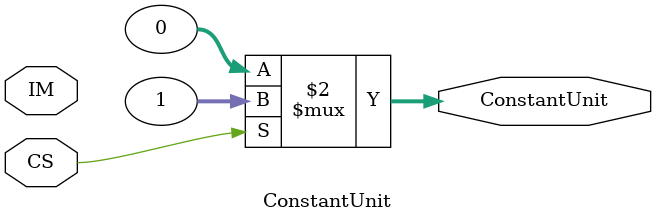
<source format=v>
`timescale 1ns / 1ps


module ConstantUnit(
        input CS,
        input [14:0] IM,
        output [31:0] ConstantUnit
    );
    assign ConstantUnit= (CS==1'b0)? 0:1 ;
    //assign ConstantUnit= (CS==1'b0)? 0:({{17{IM[14]}}, IM}) ;
      
endmodule

</source>
